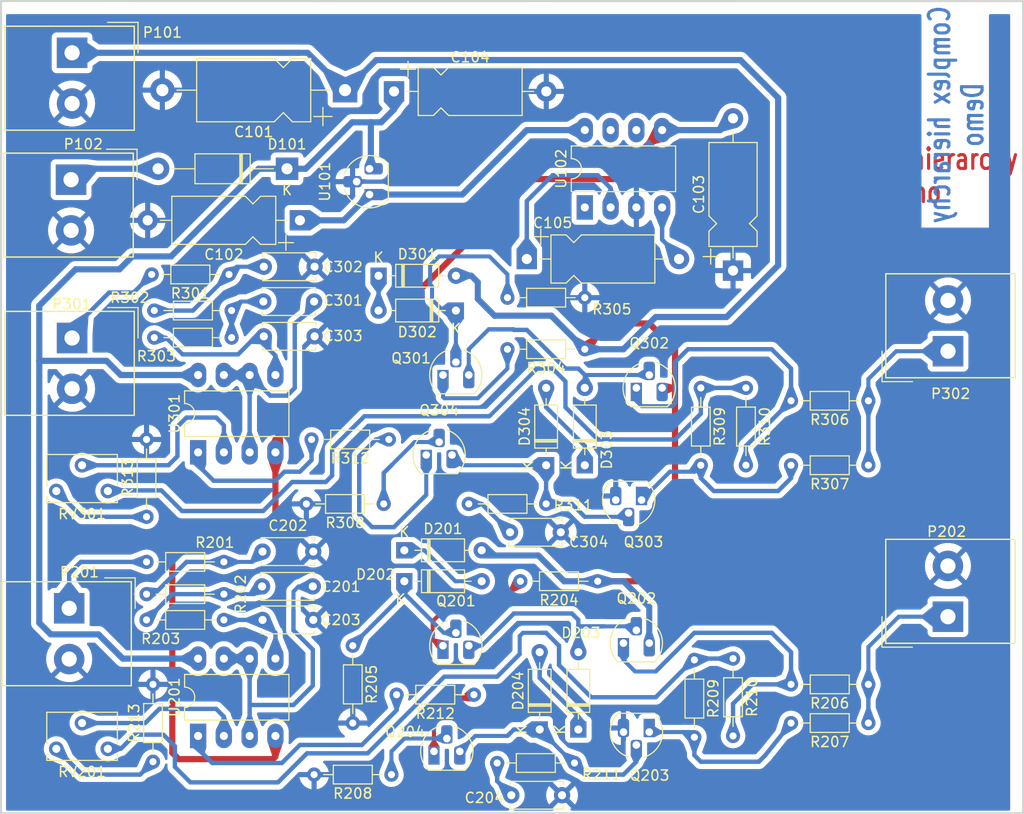
<source format=kicad_pcb>
(kicad_pcb (version 20240706) (generator "pcbnew") (generator_version "8.99")
  (title_block (title "Actionneur_piezo") (company "Kicad devs") (comment 1 "Demo"))
  (layers (0 "F.Cu" power "top_copper") (31 "B.Cu" signal "bottom_copper") (34 "B.Paste" user) (35 "F.Paste" user) (36 "B.SilkS" user "B.Silkscreen") (37 "F.SilkS" user "F.Silkscreen") (38 "B.Mask" user) (39 "F.Mask" user) (44 "Edge.Cuts" user))
  (net 0 "")
  (net 1 "-VAA")
  (net 2 "/12Vext")
  (net 3 "/ampli_ht_horizontal/PIEZO_IN")
  (net 4 "/ampli_ht_horizontal/PIEZO_OUT")
  (net 5 "/ampli_ht_horizontal/S_OUT+")
  (net 6 "/ampli_ht_horizontal/Vpil_0_3,3V")
  (net 7 "/ampli_ht_vertical/PIEZO_IN")
  (net 8 "/ampli_ht_vertical/PIEZO_OUT")
  (net 9 "/ampli_ht_vertical/S_OUT+")
  (net 10 "/ampli_ht_vertical/Vpil_0_3,3V")
  (net 11 "GND")
  (net 12 "HT")
  (net 13 "Net-(U102-CAP+)")
  (net 14 "Net-(U102-CAP-)")
  (net 15 "Net-(C201-Pad2)")
  (net 16 "Net-(C202-Pad1)")
  (net 17 "Net-(U201B-+)")
  (net 18 "Net-(C204-Pad1)")
  (net 19 "Net-(C301-Pad2)")
  (net 20 "Net-(C302-Pad1)")
  (net 21 "Net-(U301B-+)")
  (net 22 "Net-(C304-Pad1)")
  (net 23 "Net-(D201-K)")
  (net 24 "Net-(D202-K)")
  (net 25 "Net-(D203-K)")
  (net 26 "Net-(D203-A)")
  (net 27 "Net-(D204-K)")
  (net 28 "Net-(D301-K)")
  (net 29 "Net-(D302-K)")
  (net 30 "Net-(D303-A)")
  (net 31 "Net-(D303-K)")
  (net 32 "Net-(D304-K)")
  (net 33 "VCC")
  (net 34 "Net-(Q201-E)")
  (net 35 "Net-(Q202-E)")
  (net 36 "Net-(Q203-E)")
  (net 37 "Net-(Q204-E)")
  (net 38 "Net-(Q204-B)")
  (net 39 "Net-(Q301-E)")
  (net 40 "+12V")
  (net 41 "Net-(Q302-E)")
  (net 42 "Net-(Q303-E)")
  (net 43 "Net-(Q304-B)")
  (net 44 "Net-(Q304-E)")
  (net 45 "Net-(R212-Pad2)")
  (net 46 "Net-(R213-Pad1)")
  (net 47 "Net-(R312-Pad2)")
  (net 48 "Net-(R313-Pad1)")
  (net 49 "Net-(U201A--)")
  (net 50 "Net-(U301A--)")
  (footprint "Capacitor_THT:CP_Axial_L10.0mm_D4.5mm_P15.00mm_Horizontal" (layer "F.Cu") (at 126.619 60.706)
    (property "Reference" "C104")
    (property "Value" "47uF/20V")
  )
  (footprint "Capacitor_THT:CP_Axial_L11.0mm_D6.0mm_P18.00mm_Horizontal" (layer "F.Cu") (at 121.793 60.579 180)
    (property "Reference" "C101")
    (property "Value" "47uF/63V")
  )
  (footprint "Capacitor_THT:CP_Axial_L10.0mm_D4.5mm_P15.00mm_Horizontal" (layer "F.Cu") (at 139.7 77.216)
    (property "Reference" "C105")
    (property "Value" "10uF")
  )
  (footprint "Capacitor_THT:CP_Axial_L10.0mm_D4.5mm_P15.00mm_Horizontal" (layer "F.Cu") (at 160.02 78.359 90)
    (property "Reference" "C103")
    (property "Value" "10uF")
  )
  (footprint "Package_TO_SOT_THT:TO-92_HandSolder" (layer "F.Cu") (at 131.445 115.316)
    (property "Reference" "Q201")
    (property "Value" "MPSA92")
  )
  (footprint "Package_TO_SOT_THT:TO-92_HandSolder" (layer "F.Cu") (at 151.765 123.825 180)
    (property "Reference" "Q203")
    (property "Value" "MPSA92")
  )
  (footprint "Package_TO_SOT_THT:TO-92_HandSolder" (layer "F.Cu") (at 131.445 88.646)
    (property "Reference" "Q301")
    (property "Value" "MPSA92")
  )
  (footprint "Package_TO_SOT_THT:TO-92_HandSolder" (layer "F.Cu") (at 150.495 89.916)
    (property "Reference" "Q302")
    (property "Value" "MPSA42")
  )
  (footprint "Package_TO_SOT_THT:TO-92_HandSolder" (layer "F.Cu") (at 151.003 100.965 180)
    (property "Reference" "Q303")
    (property "Value" "MPSA92")
  )
  (footprint "Package_TO_SOT_THT:TO-92_HandSolder" (layer "F.Cu") (at 129.794 96.52)
    (property "Reference" "Q304")
    (property "Value" "MPSA42")
  )
  (footprint "Potentiometer_THT:Potentiometer_Bourns_3266W_Vertical" (layer "F.Cu") (at 93.345 125.476 180)
    (property "Reference" "RV201")
    (property "Value" "4,7K")
  )
  (footprint "Potentiometer_THT:Potentiometer_Bourns_3266W_Vertical" (layer "F.Cu") (at 93.345 100.076 180)
    (property "Reference" "RV301")
    (property "Value" "4,7K")
  )
  (footprint "Package_TO_SOT_THT:TO-92_HandSolder" (layer "F.Cu") (at 124.206 70.866 90)
    (property "Reference" "U101")
    (property "Value" "78L05")
  )
  (footprint "Resistor_THT:R_Axial_DIN0204_L3.6mm_D1.6mm_P7.62mm_Horizontal" (layer "F.Cu") (at 126.111 94.996 180)
    (property "Reference" "R312")
    (property "Value" "1K")
  )
  (footprint "Resistor_THT:R_Axial_DIN0204_L3.6mm_D1.6mm_P7.62mm_Horizontal" (layer "F.Cu") (at 109.855 110.236 180)
    (property "Reference" "R202")
    (property "Value" "22K")
  )
  (footprint "Resistor_THT:R_Axial_DIN0204_L3.6mm_D1.6mm_P7.62mm_Horizontal" (layer "F.Cu") (at 125.603 101.346 180)
    (property "Reference" "R308")
    (property "Value" "1K")
  )
  (footprint "Resistor_THT:R_Axial_DIN0204_L3.6mm_D1.6mm_P7.62mm_Horizontal" (layer "F.Cu") (at 110.617 82.296 180)
    (property "Reference" "R302")
    (property "Value" "22K")
  )
  (footprint "Resistor_THT:R_Axial_DIN0204_L3.6mm_D1.6mm_P7.62mm_Horizontal" (layer "F.Cu") (at 173.355 91.186 180)
    (property "Reference" "R306")
    (property "Value" "47")
  )
  (footprint "Resistor_THT:R_Axial_DIN0204_L3.6mm_D1.6mm_P7.62mm_Horizontal" (layer "F.Cu") (at 137.795 81.026)
    (property "Reference" "R305")
    (property "Value" "220K")
  )
  (footprint "Resistor_THT:R_Axial_DIN0204_L3.6mm_D1.6mm_P7.62mm_Horizontal" (layer "F.Cu") (at 145.415 86.106 180)
    (property "Reference" "R304")
    (property "Value" "470")
  )
  (footprint "Resistor_THT:R_Axial_DIN0204_L3.6mm_D1.6mm_P7.62mm_Horizontal" (layer "F.Cu") (at 156.21 116.713 -90)
    (property "Reference" "R209")
    (property "Value" "220K")
  )
  (footprint "Resistor_THT:R_Axial_DIN0204_L3.6mm_D1.6mm_P7.62mm_Horizontal" (layer "F.Cu") (at 102.87 126.746 90)
    (property "Reference" "R213")
    (property "Value" "4,7K")
  )
  (footprint "Resistor_THT:R_Axial_DIN0204_L3.6mm_D1.6mm_P7.62mm_Horizontal" (layer "F.Cu") (at 144.399 126.873 180)
    (property "Reference" "R211")
    (property "Value" "5,6K")
  )
  (footprint "Resistor_THT:R_Axial_DIN0204_L3.6mm_D1.6mm_P7.62mm_Horizontal" (layer "F.Cu") (at 134.493 120.142 180)
    (property "Reference" "R212")
    (property "Value" "1K")
  )
  (footprint "Resistor_THT:R_Axial_DIN0204_L3.6mm_D1.6mm_P7.62mm_Horizontal" (layer "F.Cu") (at 126.365 128.016 180)
    (property "Reference" "R208")
    (property "Value" "1K")
  )
  (footprint "Resistor_THT:R_Axial_DIN0204_L3.6mm_D1.6mm_P7.62mm_Horizontal" (layer "F.Cu") (at 109.855 112.776 180)
    (property "Reference" "R203")
    (property "Value" "22K")
  )
  (footprint "Resistor_THT:R_Axial_DIN0204_L3.6mm_D1.6mm_P7.62mm_Horizontal" (layer "F.Cu") (at 102.997 84.963)
    (property "Reference" "R303")
    (property "Value" "22K")
  )
  (footprint "Resistor_THT:R_Axial_DIN0204_L3.6mm_D1.6mm_P7.62mm_Horizontal" (layer "F.Cu") (at 102.235 102.616 90)
    (property "Reference" "R313")
    (property "Value" "4,7K")
  )
  (footprint "Resistor_THT:R_Axial_DIN0204_L3.6mm_D1.6mm_P7.62mm_Horizontal" (layer "F.Cu") (at 146.685 108.966 180)
    (property "Reference" "R204")
    (property "Value" "470")
  )
  (footprint "Resistor_THT:R_Axial_DIN0204_L3.6mm_D1.6mm_P7.62mm_Horizontal" (layer "F.Cu") (at 122.555 115.316 -90)
    (property "Reference" "R205")
    (property "Value" "220K")
  )
  (footprint "Resistor_THT:R_Axial_DIN0204_L3.6mm_D1.6mm_P7.62mm_Horizontal" (layer "F.Cu") (at 173.355 119.126 180)
    (property "Reference" "R206")
    (property "Value" "47")
  )
  (footprint "Resistor_THT:R_Axial_DIN0204_L3.6mm_D1.6mm_P7.62mm_Horizontal" (layer "F.Cu") (at 161.29 89.916 -90)
    (property "Reference" "R310")
    (property "Value" "220K")
  )
  (footprint "Resistor_THT:R_Axial_DIN0204_L3.6mm_D1.6mm_P7.62mm_Horizontal" (layer "F.Cu") (at 173.355 97.536 180)
    (property "Reference" "R307")
    (property "Value" "47")
  )
  (footprint "Resistor_THT:R_Axial_DIN0204_L3.6mm_D1.6mm_P7.62mm_Horizontal" (layer "F.Cu") (at 160.02 116.586 -90)
    (property "Reference" "R210")
    (property "Value" "220K")
  )
  (footprint "Resistor_THT:R_Axial_DIN0204_L3.6mm_D1.6mm_P7.62mm_Horizontal" (layer "F.Cu") (at 173.355 122.936 180)
    (property "Reference" "R207")
    (property "Value" "47")
  )
  (footprint "Resistor_THT:R_Axial_DIN0204_L3.6mm_D1.6mm_P7.62mm_Horizontal" (layer "F.Cu") (at 110.363 78.74 180)
    (property "Reference" "R301")
    (property "Value" "1K")
  )
  (footprint "Resistor_THT:R_Axial_DIN0204_L3.6mm_D1.6mm_P7.62mm_Horizontal" (layer "F.Cu") (at 109.855 107.061 180)
    (property "Reference" "R201")
    (property "Value" "1K")
  )
  (footprint "Resistor_THT:R_Axial_DIN0204_L3.6mm_D1.6mm_P7.62mm_Horizontal" (layer "F.Cu") (at 156.845 89.916 -90)
    (property "Reference" "R309")
    (property "Value" "220K")
  )
  (footprint "Resistor_THT:R_Axial_DIN0204_L3.6mm_D1.6mm_P7.62mm_Horizontal" (layer "F.Cu") (at 141.605 101.346 180)
    (property "Reference" "R311")
    (property "Value" "5,6K")
  )
  (footprint "Package_DIP:DIP-8_W7.62mm_LongPads" (layer "F.Cu") (at 107.315 96.266 90)
    (property "Reference" "U301")
    (property "Value" "LM358N")
  )
  (footprint "Package_DIP:DIP-8_W7.62mm_LongPads" (layer "F.Cu") (at 145.415 72.136 90)
    (property "Reference" "U102")
    (property "Value" "ICL7660")
  )
  (footprint "Package_DIP:DIP-8_W7.62mm_LongPads" (layer "F.Cu") (at 107.315 124.206 90)
    (property "Reference" "U201")
    (property "Value" "LM358N")
  )
  (footprint "Capacitor_THT:C_Disc_D5.0mm_W2.5mm_P5.00mm" (layer "F.Cu") (at 138.049 104.14)
    (property "Reference" "C304")
    (property "Value" "820pF")
  )
  (footprint "Capacitor_THT:C_Disc_D5.0mm_W2.5mm_P5.00mm" (layer "F.Cu") (at 113.792 84.836)
    (property "Reference" "C303")
    (property "Value" "4.7nF")
  )
  (footprint "Capacitor_THT:C_Disc_D5.0mm_W2.5mm_P5.00mm" (layer "F.Cu") (at 118.745 81.407 180)
    (property "Reference" "C301")
    (property "Value" "15nF")
  )
  (footprint "Capacitor_THT:C_Disc_D5.0mm_W2.5mm_P5.00mm" (layer "F.Cu") (at 138.176 130.048)
    (property "Reference" "C204")
    (property "Value" "820pF")
  )
  (footprint "Capacitor_THT:C_Disc_D5.0mm_W2.5mm_P5.00mm" (layer "F.Cu") (at 113.665 106.045)
    (property "Reference" "C202")
    (property "Value" "150nF")
  )
  (footprint "Capacitor_THT:C_Disc_D5.0mm_W2.5mm_P5.00mm" (layer "F.Cu") (at 113.792 77.978)
    (property "Reference" "C302")
    (property "Value" "150nF")
  )
  (footprint "Capacitor_THT:C_Disc_D5.0mm_W2.5mm_P5.00mm" (layer "F.Cu") (at 113.665 112.776)
    (property "Reference" "C203")
    (property "Value" "4.7nF")
  )
  (footprint "Capacitor_THT:C_Disc_D5.0mm_W2.5mm_P5.00mm" (layer "F.Cu") (at 118.618 109.474 180)
    (property "Reference" "C201")
    (property "Value" "15nF")
  )
  (footprint "Diode_THT:D_DO-41_SOD81_P12.70mm_Horizontal" (layer "F.Cu") (at 116.078 68.326 180)
    (property "Reference" "D101")
    (property "Value" "1N4007")
  )
  (footprint "Diode_THT:D_DO-35_SOD27_P7.62mm_Horizontal" (layer "F.Cu") (at 125.095 78.867)
    (property "Reference" "D301")
    (property "Value" "1N4148")
  )
  (footprint "Diode_THT:D_DO-35_SOD27_P7.62mm_Horizontal" (layer "F.Cu") (at 144.78 123.571 90)
    (property "Reference" "D203")
    (property "Value" "1N4148")
  )
  (footprint "Diode_THT:D_DO-35_SOD27_P7.62mm_Horizontal" (layer "F.Cu") (at 127.635 105.918)
    (property "Reference" "D201")
    (property "Value" "1N4148")
  )
  (footprint "Diode_THT:D_DO-35_SOD27_P7.62mm_Horizontal" (layer "F.Cu") (at 127.635 108.966)
    (property "Reference" "D202")
    (property "Value" "1N4148")
  )
  (footprint "Diode_THT:D_DO-35_SOD27_P7.62mm_Horizontal" (layer "F.Cu") (at 141.605 97.536 90)
    (property "Reference" "D304")
    (property "Value" "1N4148")
  )
  (footprint "Diode_THT:D_DO-35_SOD27_P7.62mm_Horizontal" (layer "F.Cu") (at 132.715 82.296 180)
    (property "Reference" "D302")
    (property "Value" "1N4148")
  )
  (footprint "Diode_THT:D_DO-35_SOD27_P7.62mm_Horizontal" (layer "F.Cu") (at 140.97 123.571 90)
    (property "Reference" "D204")
    (property "Value" "1N4148")
  )
  (footprint "Diode_THT:D_DO-35_SOD27_P7.62mm_Horizontal" (layer "F.Cu") (at 145.415 97.536 90)
    (property "Reference" "D303")
    (property "Value" "1N4148")
  )
  (footprint "TerminalBlock_Altech:Altech_AK300_1x02_P5.00mm_45-Degree" (layer "F.Cu") (at 94.9 56.9 -90)
    (property "Reference" "P101")
    (property "Value" "CONN_2")
  )
  (footprint "TerminalBlock_Altech:Altech_AK300_1x02_P5.00mm_45-Degree" (layer "F.Cu") (at 94.8 69.4 -90)
    (property "Reference" "P102")
    (property "Value" "CONN_2")
  )
  (footprint "TerminalBlock_Altech:Altech_AK300_1x02_P5.00mm_45-Degree" (layer "F.Cu") (at 94.615 111.633 -90)
    (property "Reference" "P201")
    (property "Value" "CONN_2")
  )
  (footprint "TerminalBlock_Altech:Altech_AK300_1x02_P5.00mm_45-Degree" (layer "F.Cu") (at 181.1925 112.4575 90)
    (property "Reference" "P202")
    (property "Value" "CONN_2")
  )
  (footprint "TerminalBlock_Altech:Altech_AK300_1x02_P5.00mm_45-Degree" (layer "F.Cu") (at 94.9 85 -90)
    (property "Reference" "P301")
    (property "Value" "CONN_2")
  )
  (footprint "TerminalBlock_Altech:Altech_AK300_1x02_P5.00mm_45-Degree" (layer "F.Cu") (at 181.2 86.3 90)
    (property "Reference" "P302")
    (property "Value" "CONN_2")
  )
  (footprint "Package_TO_SOT_THT:TO-92_HandSolder" (layer "F.Cu") (at 149.225 115.062)
    (property "Reference" "Q202")
    (property "Value" "MPSA42")
  )
  (footprint "Package_TO_SOT_THT:TO-92_HandSolder" (layer "F.Cu") (at 130.556 125.73)
    (property "Reference" "Q204")
    (property "Value" "MPSA42")
  )
  (footprint "Capacitor_THT:CP_Axial_L10.0mm_D4.5mm_P15.00mm_Horizontal" (layer "F.Cu") (at 117.348 73.406 180)
    (property "Reference" "C102")
    (property "Value" "47uF")
  )
  (gr_line (start 87.9 131.826) (end 87.9 51.8) (stroke (width 0.2032)) (layer "Edge.Cuts"))
  (gr_line (start 188.595 131.826) (end 87.9 131.826) (stroke (width 0.2032)) (layer "Edge.Cuts"))
  (gr_line (start 87.9 51.8) (end 188.595 51.816) (stroke (width 0.2032)) (layer "Edge.Cuts"))
  (gr_line (start 188.595 51.816) (end 188.595 131.826) (stroke (width 0.2032)) (layer "Edge.Cuts"))
  (gr_text "Complex hierarchy\nDemo" (at 177.4 69 0) (layer "F.Cu") (effects (font (size 2.032 1.524) (thickness 0.3048))))
  (gr_text "Complex hierarchy\nDemo" (at 182 63 90) (layer "B.Cu") (effects (font (size 2.032 1.524) (thickness 0.3048)) (justify mirror)))
  (segment (start 107.061 104.521) (end 104.775 106.807) (width 0.6096) (layer "F.Cu") (net 1))
  (segment (start 105.41 126.492) (end 114.681 126.492) (width 0.6096) (layer "F.Cu") (net 1))
  (segment (start 104.775 106.807) (end 104.775 125.857) (width 0.6096) (layer "F.Cu") (net 1))
  (segment (start 128.905 86.614) (end 128.905 80.518) (width 0.6096) (layer "F.Cu") (net 1))
  (segment (start 140.081 69.342) (end 148.209 69.342) (width 0.6096) (layer "F.Cu") (net 1))
  (segment (start 148.209 69.342) (end 153.035 64.516) (width 0.6096) (layer "F.Cu") (net 1))
  (segment (start 128.905 80.518) (end 140.081 69.342) (width 0.6096) (layer "F.Cu") (net 1))
  (segment (start 114.935 102.108) (end 114.935 102.362) (width 0.6096) (layer "F.Cu") (net 1))
  (segment (start 114.935 96.266) (end 114.935 94.996) (width 0.6096) (layer "F.Cu") (net 1))
  (segment (start 114.935 94.996) (end 121.031 88.9) (width 0.6096) (layer "F.Cu") (net 1))
  (segment (start 114.935 126.238) (end 114.935 124.206) (width 0.6096) (layer "F.Cu") (net 1))
  (segment (start 114.935 102.362) (end 112.776 104.521) (width 0.6096) (layer "F.Cu") (net 1))
  (segment (start 105.41 126.492) (end 104.775 125.857) (width 0.6096) (layer "F.Cu") (net 1))
  (segment (start 121.031 88.9) (end 126.619 88.9) (width 0.6) (layer "F.Cu") (net 1))
  (segment (start 112.776 104.521) (end 107.061 104.521) (width 0.6096) (layer "F.Cu") (net 1))
  (segment (start 114.681 126.492) (end 114.935 126.238) (width 0.6096) (layer "F.Cu") (net 1))
  (segment (start 126.619 88.9) (end 128.905 86.614) (width 0.6096) (layer "F.Cu") (net 1))
  (segment (start 114.935 96.266) (end 114.935 102.108) (width 0.6096) (layer "F.Cu") (net 1))
  (segment (start 153.035 64.516) (end 158.75 64.516) (width 0.6096) (layer "B.Cu") (net 1))
  (segment (start 158.75 64.516) (end 160.02 63.246) (width 0.6096) (layer "B.Cu") (net 1))
  (segment (start 103.378 68.326) (end 95.874 68.326) (width 0.6) (layer "B.Cu") (net 2))
  (segment (start 95.874 68.326) (end 94.8 69.4) (width 0.6) (layer "B.Cu") (net 2))
  (segment (start 98.552 80.518) (end 100.965 80.518) (width 0.4318) (layer "B.Cu") (net 3))
  (segment (start 95.885 83.185) (end 98.552 80.518) (width 0.4318) (layer "B.Cu") (net 3))
  (segment (start 95.885 84.836) (end 95.885 83.185) (width 0.4318) (layer "B.Cu") (net 3))
  (segment (start 100.965 80.518) (end 102.743 78.74) (width 0.4318) (layer "B.Cu") (net 3))
  (segment (start 173.355 89.045) (end 173.355 91.186) (width 0.4) (layer "B.Cu") (net 4))
  (segment (start 173.355 97.536) (end 173.355 91.186) (width 0.4318) (layer "B.Cu") (net 4))
  (segment (start 176.1 86.3) (end 173.355 89.045) (width 0.4) (layer "B.Cu") (net 4))
  (segment (start 181.2 86.3) (end 176.1 86.3) (width 0.4) (layer "B.Cu") (net 4))
  (segment (start 116.586 99.187) (end 119.888 99.187) (width 0.4318) (layer "B.Cu") (net 5))
  (segment (start 156.845 89.916) (end 156.845 92.456) (width 0.4318) (layer "B.Cu") (net 5))
  (segment (start 143.51 91.821) (end 146.685 94.996) (width 0.4318) (layer "B.Cu") (net 5))
  (segment (start 140.589 88.011) (end 142.24 88.011) (width 0.4318) (layer "B.Cu") (net 5))
  (segment (start 98.48596 100.01504) (end 103.69804 100.01504) (width 0.4318) (layer "B.Cu") (net 5))
  (segment (start 113.7285 102.0445) (end 116.586 99.187) (width 0.4318) (layer "B.Cu") (net 5))
  (segment (start 123.698 92.71) (end 120.523 95.885) (width 0.4318) (layer "B.Cu") (net 5))
  (segment (start 105.7275 102.0445) (end 113.7285 102.0445) (width 0.4318) (layer "B.Cu") (net 5))
  (segment (start 142.24 88.011) (end 143.51 89.281) (width 0.4318) (layer "B.Cu") (net 5))
  (segment (start 135.89 92.71) (end 123.698 92.71) (width 0.4318) (layer "B.Cu") (net 5))
  (segment (start 154.305 94.996) (end 146.685 94.996) (width 0.4318) (layer "B.Cu") (net 5))
  (segment (start 143.51 89.281) (end 143.51 91.821) (width 0.4318) (layer "B.Cu") (net 5))
  (segment (start 135.89 92.71) (end 136.017 92.71) (width 0.4) (layer "B.Cu") (net 5))
  (segment (start 120.523 95.885) (end 120.523 98.552) (width 0.4318) (layer "B.Cu") (net 5))
  (segment (start 119.888 99.187) (end 120.523 98.552) (width 0.4318) (layer "B.Cu") (net 5))
  (segment (start 105.7275 102.0445) (end 103.69804 100.01504) (width 0.4318) (layer "B.Cu") (net 5))
  (segment (start 140.589 88.138) (end 140.589 88.011) (width 0.4) (layer "B.Cu") (net 5))
  (segment (start 98.425 100.076) (end 98.48596 100.01504) (width 0.4318) (layer "B.Cu") (net 5))
  (segment (start 156.845 89.916) (end 161.29 89.916) (width 0.4318) (layer "B.Cu") (net 5))
  (segment (start 156.845 92.456) (end 154.305 94.996) (width 0.4318) (layer "B.Cu") (net 5))
  (segment (start 136.017 92.71) (end 140.589 88.138) (width 0.4) (layer "B.Cu") (net 5))
  (segment (start 109.855 88.646) (end 112.395 88.646) (width 0.4318) (layer "B.Cu") (net 6))
  (segment (start 114.427 90.678) (end 112.395 88.646) (width 0.4318) (layer "B.Cu") (net 6))
  (segment (start 118.745 82.042) (end 116.84 83.566) (width 0.4318) (layer "B.Cu") (net 6))
  (segment (start 116.078 90.678) (end 114.427 90.678) (width 0.4318) (layer "B.Cu") (net 6))
  (segment (start 116.84 83.566) (end 116.84 89.916) (width 0.4318) (layer "B.Cu") (net 6))
  (segment (start 112.395 88.646) (end 112.395 96.266) (width 0.4318) (layer "B.Cu") (net 6))
  (segment (start 116.84 89.916) (end 116.078 90.678) (width 0.4318) (layer "B.Cu") (net 6))
  (segment (start 118.745 81.407) (end 118.745 82.042) (width 0.4318) (layer "B.Cu") (net 6))
  (segment (start 94.615 108.204) (end 95.758 107.061) (width 0.4318) (layer "B.Cu") (net 7))
  (segment (start 94.615 111.506) (end 94.615 108.204) (width 0.4318) (layer "B.Cu") (net 7))
  (segment (start 95.758 107.061) (end 102.235 107.061) (width 0.4318) (layer "B.Cu") (net 7))
  (segment (start 173.355 122.936) (end 173.355 119.126) (width 0.4318) (layer "B.Cu") (net 8))
  (segment (start 173.355 115.445) (end 173.355 119.126) (width 0.4) (layer "B.Cu") (net 8))
  (segment (start 181.1925 112.4575) (end 176.3425 112.4575) (width 0.4) (layer "B.Cu") (net 8))
  (segment (start 176.3425 112.4575) (end 173.355 115.445) (width 0.4) (layer "B.Cu") (net 8))
  (segment (start 146.05 120.396) (end 152.4 120.396) (width 0.4318) (layer "B.Cu") (net 9))
  (segment (start 139.319 114.046) (end 139.0015 114.3635) (width 0.4) (layer "B.Cu") (net 9))
  (segment (start 142.875 115.316) (end 142.875 117.221) (width 0.4318) (layer "B.Cu") (net 9))
  (segment (start 152.4 120.396) (end 156.21 116.586) (width 0.4318) (layer "B.Cu") (net 9))
  (segment (start 105.029 127.254) (end 106.553 128.778) (width 0.4318) (layer "B.Cu") (net 9))
  (segment (start 141.097 114.046) (end 141.605 114.046) (width 0.4318) (layer "B.Cu") (net 9))
  (segment (start 98.425 125.476) (end 99.695 125.476) (width 0.4318) (layer "B.Cu") (net 9))
  (segment (start 156.21 116.586) (end 160.02 116.586) (width 0.4318) (layer "B.Cu") (net 9))
  (segment (start 118.0465 125.9205) (end 124.0155 125.9205) (width 0.4318) (layer "B.Cu") (net 9))
  (segment (start 141.605 114.046) (end 142.875 115.316) (width 0.4318) (layer "B.Cu") (net 9))
  (segment (start 142.875 117.221) (end 146.05 120.396) (width 0.4318) (layer "B.Cu") (net 9))
  (segment (start 101.092 124.079) (end 103.886 124.079) (width 0.4318) (layer "B.Cu") (net 9))
  (segment (start 141.097 114.046) (end 139.319 114.046) (width 0.4) (layer "B.Cu") (net 9))
  (segment (start 124.0155 125.9205) (end 131.572 118.364) (width 0.4318) (layer "B.Cu") (net 9))
  (segment (start 139.0015 114.3635) (end 139.0015 116.1415) (width 0.4) (layer "B.Cu") (net 9))
  (segment (start 136.779 118.364) (end 139.0015 116.1415) (width 0.4318) (layer "B.Cu") (net 9))
  (segment (start 99.695 125.476) (end 101.092 124.079) (width 0.4318) (layer "B.Cu") (net 9))
  (segment (start 105.029 125.222) (end 105.029 127.254) (width 0.4318) (layer "B.Cu") (net 9))
  (segment (start 115.189 128.778) (end 118.0465 125.9205) (width 0.4318) (layer "B.Cu") (net 9))
  (segment (start 131.572 118.364) (end 136.779 118.364) (width 0.4318) (layer "B.Cu") (net 9))
  (segment (start 103.886 124.079) (end 105.029 125.222) (width 0.4318) (layer "B.Cu") (net 9))
  (segment (start 106.553 128.778) (end 115.189 128.778) (width 0.4318) (layer "B.Cu") (net 9))
  (segment (start 116.713 111.76) (end 116.713 113.792) (width 0.4318) (layer "B.Cu") (net 10))
  (segment (start 116.713 109.982) (end 117.221 109.474) (width 0.4) (layer "B.Cu") (net 10))
  (segment (start 117.221 109.474) (end 118.618 109.474) (width 0.4) (layer "B.Cu") (net 10))
  (segment (start 112.395 116.586) (end 109.855 116.586) (width 0.4318) (layer "B.Cu") (net 10))
  (segment (start 118.618 119.253) (end 116.713 121.158) (width 0.4318) (layer "B.Cu") (net 10))
  (segment (start 116.713 113.792) (end 118.618 115.697) (width 0.4318) (layer "B.Cu") (net 10))
  (segment (start 112.395 121.158) (end 112.395 116.586) (width 0.4318) (layer "B.Cu") (net 10))
  (segment (start 116.713 121.158) (end 112.395 121.158) (width 0.4318) (layer "B.Cu") (net 10))
  (segment (start 116.713 111.76) (end 116.713 109.982) (width 0.4) (layer "B.Cu") (net 10))
  (segment (start 112.395 124.206) (end 112.395 121.158) (width 0.4318) (layer "B.Cu") (net 10))
  (segment (start 118.618 115.697) (end 118.618 119.253) (width 0.4318) (layer "B.Cu") (net 10))
  (segment (start 154.305 106.426) (end 151.765 108.966) (width 0.6096) (layer "F.Cu") (net 12))
  (segment (start 145.415 86.106) (end 147.955 83.566) (width 0.6096) (layer "F.Cu") (net 12))
  (segment (start 154.178 89.916) (end 154.305 90.043) (width 0.6) (layer "F.Cu") (net 12))
  (segment (start 154.305 86.106) (end 154.305 90.043) (width 0.6096) (layer "F.Cu") (net 12))
  (segment (start 151.765 83.566) (end 154.305 86.106) (width 0.6096) (layer "F.Cu") (net 12))
  (segment (start 147.955 83.566) (end 151.765 83.566) (width 0.6096) (layer "F.Cu") (net 12))
  (segment (start 151.765 108.966) (end 146.685 108.966) (width 0.6096) (layer "F.Cu") (net 12))
  (segment (start 153.035 89.916) (end 154.178 89.916) (width 0.6) (layer "F.Cu") (net 12))
  (segment (start 154.305 90.043) (end 154.305 106.426) (width 0.6096) (layer "F.Cu") (net 12))
  (segment (start 135.763 106.426) (end 135.255 105.918) (width 0.6) (layer "B.Cu") (net 12))
  (segment (start 136.525 82.80146) (end 142.11046 82.80146) (width 0.6096) (layer "B.Cu") (net 12))
  (segment (start 136.52246 82.80146) (end 134.874 81.153) (width 0.6) (layer "B.Cu") (net 12))
  (segment (start 134.874 81.153) (end 134.874 79.502) (width 0.6) (layer "B.Cu") (net 12))
  (segment (start 134.874 79.502) (end 134.239 78.867) (width 0.6) (layer "B.Cu") (net 12))
  (segment (start 134.239 78.867) (end 132.715 78.867) (width 0.6) (layer "B.Cu") (net 12))
  (segment (start 121.89206 60.579) (end 124.8537 57.61736) (width 0.6) (layer "B.Cu") (net 12))
  (segment (start 142.11046 82.80146) (end 145.415 86.106) (width 0.6096) (layer "B.Cu") (net 12))
  (segment (start 143.383 108.966) (end 146.685 108.966) (width 0.6096) (layer "B.Cu") (net 12))
  (segment (start 117.15858 56.9) (end 118.114 56.9) (width 0.6) (layer "B.Cu") (net 12))
  (segment (start 151.765 111.506) (end 149.225 108.966) (width 0.6) (layer "B.Cu") (net 12))
  (segment (start 140.843 106.426) (end 143.383 108.966) (width 0.6096) (layer "B.Cu") (net 12))
  (segment (start 124.8537 57.61736) (end 160.74136 57.61736) (width 0.6096) (layer "B.Cu") (net 12))
  (segment (start 160.74136 57.61736) (end 164.465 61.341) (width 0.6096) (layer "B.Cu") (net 12))
  (segment (start 149.225 108.966) (end 146.685 108.966) (width 0.6) (layer "B.Cu") (net 12))
  (segment (start 152.4 82.931) (end 149.225 86.106) (width 0.6096) (layer "B.Cu") (net 12))
  (segment (start 159.385 82.931) (end 152.4 82.931) (width 0.6096) (layer "B.Cu") (net 12))
  (segment (start 164.465 77.851) (end 159.385 82.931) (width 0.6096) (layer "B.Cu") (net 12))
  (segment (start 140.716 106.426) (end 135.763 106.426) (width 0.6) (layer "B.Cu") (net 12))
  (segment (start 140.716 106.426) (end 140.843 106.426) (width 0.6096) (layer "B.Cu") (net 12))
  (segment (start 164.465 61.341) (end 164.465 77.851) (width 0.6096) (layer "B.Cu") (net 12))
  (segment (start 149.225 86.106) (end 145.415 86.106) (width 0.6096) (layer "B.Cu") (net 12))
  (segment (start 117.15858 56.9) (end 94.9 56.9) (width 0.6096) (layer "B.Cu") (net 12))
  (segment (start 121.793 60.579) (end 121.89206 60.579) (width 0.6) (layer "B.Cu") (net 12))
  (segment (start 151.765 115.062) (end 151.765 111.506) (width 0.6) (layer "B.Cu") (net 12))
  (segment (start 136.525 82.80146) (end 136.52246 82.80146) (width 0.6) (layer "B.Cu") (net 12))
  (segment (start 118.114 56.9) (end 121.793 60.579) (width 0.6) (layer "B.Cu") (net 12))
  (segment (start 147.955 70.231) (end 147.955 72.136) (width 0.4318) (layer "B.Cu") (net 13))
  (segment (start 139.7 71.501) (end 142.24 68.961) (width 0.4318) (layer "B.Cu") (net 13))
  (segment (start 139.7 77.216) (end 139.7 71.501) (width 0.4318) (layer "B.Cu") (net 13))
  (segment (start 142.24 68.961) (end 146.685 68.961) (width 0.4318) (layer "B.Cu") (net 13))
  (segment (start 146.685 68.961) (end 147.955 70.231) (width 0.4318) (layer "B.Cu") (net 13))
  (segment (start 153.035 72.136) (end 153.035 75.311) (width 0.4318) (layer "B.Cu") (net 14))
  (segment (start 153.035 75.311) (end 154.94 77.216) (width 0.4318) (layer "B.Cu") (net 14))
  (segment (start 112.856 110.236) (end 113.618 109.474) (width 0.4) (layer "B.Cu") (net 15))
  (segment (start 102.235 112.776) (end 104.775 110.236) (width 0.4318) (layer "B.Cu") (net 15))
  (segment (start 104.775 110.236) (end 109.855 110.236) (width 0.4318) (layer "B.Cu") (net 15))
  (segment (start 109.855 110.236) (end 112.856 110.236) (width 0.4) (layer "B.Cu") (net 15))
  (segment (start 112.649 107.061) (end 113.665 106.045) (width 0.4) (layer "B.Cu") (net 16))
  (segment (start 106.172 107.061) (end 109.855 107.061) (width 0.4318) (layer "B.Cu") (net 16))
  (segment (start 109.855 107.061) (end 112.649 107.061) (width 0.4) (layer "B.Cu") (net 16))
  (segment (start 102.235 110.236) (end 102.997 110.236) (width 0.4318) (layer "B.Cu") (net 16))
  (segment (start 102.997 110.236) (end 106.172 107.061) (width 0.4318) (layer "B.Cu") (net 16))
  (segment (start 109.855 112.776) (end 113.665 112.776) (width 0.4318) (layer "B.Cu") (net 17))
  (segment (start 113.665 112.776) (end 114.935 114.046) (width 0.4318) (layer "B.Cu") (net 17))
  (segment (start 114.935 114.046) (end 114.935 116.586) (width 0.4318) (layer "B.Cu") (net 17))
  (segment (start 136.779 128.651) (end 138.176 130.048) (width 0.4318) (layer "B.Cu") (net 18))
  (segment (start 136.779 126.873) (end 136.779 128.651) (width 0.4318) (layer "B.Cu") (net 18))
  (segment (start 111.506 81.407) (end 110.617 82.296) (width 0.4) (layer "B.Cu") (net 19))
  (segment (start 113.745 81.407) (end 111.506 81.407) (width 0.4) (layer "B.Cu") (net 19))
  (segment (start 110.617 84.963) (end 110.617 82.296) (width 0.4318) (layer "B.Cu") (net 19))
  (segment (start 111.125 77.978) (end 110.363 78.74) (width 0.4) (layer "B.Cu") (net 20))
  (segment (start 106.807 82.296) (end 110.363 78.74) (width 0.4318) (layer "B.Cu") (net 20))
  (segment (start 113.792 77.978) (end 111.125 77.978) (width 0.4) (layer "B.Cu") (net 20))
  (segment (start 102.997 82.296) (end 106.807 82.296) (width 0.4318) (layer "B.Cu") (net 20))
  (segment (start 104.14 84.963) (end 105.791 86.614) (width 0.4) (layer "B.Cu") (net 21))
  (segment (start 114.935 86.741) (end 114.935 88.646) (width 0.4318) (layer "B.Cu") (net 21))
  (segment (start 102.997 84.963) (end 104.14 84.963) (width 0.4) (layer "B.Cu") (net 21))
  (segment (start 111.252 86.614) (end 105.791 86.614) (width 0.4318) (layer "B.Cu") (net 21))
  (segment (start 113.665 84.836) (end 113.03 84.836) (width 0.4318) (layer "B.Cu") (net 21))
  (segment (start 113.665 84.836) (end 113.665 85.471) (width 0.4318) (layer "B.Cu") (net 21))
  (segment (start 113.665 85.471) (end 114.935 86.741) (width 0.4318) (layer "B.Cu") (net 21))
  (segment (start 113.03 84.836) (end 111.252 86.614) (width 0.4318) (layer "B.Cu") (net 21))
  (segment (start 135.255 101.346) (end 138.049 104.14) (width 0.4318) (layer "B.Cu") (net 22))
  (segment (start 133.985 101.346) (end 135.255 101.346) (width 0.4318) (layer "B.Cu") (net 22))
  (segment (start 127.635 105.918) (end 129.618 105.918) (width 0.4) (layer "B.Cu") (net 23))
  (segment (start 129.618 105.918) (end 132.666 108.966) (width 0.4) (layer "B.Cu") (net 23))
  (segment (start 132.666 108.966) (end 135.255 108.966) (width 0.4) (layer "B.Cu") (net 23))
  (segment (start 122.555 115.316) (end 122.555 115.24742) (width 0.4318) (layer "B.Cu") (net 24))
  (segment (start 132.715 114.046) (end 131.51358 114.046) (width 0.4) (layer "B.Cu") (net 24))
  (segment (start 122.555 115.24742) (end 127.635 110.16742) (width 0.4318) (layer "B.Cu") (net 24))
  (segment (start 127.635 108.966) (end 127.635 110.16742) (width 0.4318) (layer "B.Cu") (net 24))
  (segment (start 131.51358 114.046) (end 130.175 112.70742) (width 0.4) (layer "B.Cu") (net 24))
  (segment (start 127.635 110.16742) (end 130.175 112.70742) (width 0.4318) (layer "B.Cu") (net 24))
  (segment (start 140.97 118.491) (end 144.78 122.301) (width 0.4318) (layer "B.Cu") (net 25))
  (segment (start 144.78 122.301) (end 144.78 123.571) (width 0.4318) (layer "B.Cu") (net 25))
  (segment (start 140.97 115.951) (end 140.97 118.491) (width 0.4318) (layer "B.Cu") (net 25))
  (segment (start 144.78 112.776) (end 144.145 112.141) (width 0.4318) (layer "B.Cu") (net 26))
  (segment (start 144.145 112.141) (end 138.43 112.141) (width 0.4318) (layer "B.Cu") (net 26))
  (segment (start 147.32 113.411) (end 150.114 113.411) (width 0.4) (layer "B.Cu") (net 26))
  (segment (start 133.985 115.316) (end 135.255 115.316) (width 0.4) (layer "B.Cu") (net 26))
  (segment (start 150.114 113.411) (end 150.495 113.792) (width 0.4) (layer "B.Cu") (net 26))
  (segment (start 135.255 115.316) (end 136.525 114.046) (width 0.4) (layer "B.Cu") (net 26))
  (segment (start 138.43 112.141) (end 136.525 114.046) (width 0.4318) (layer "B.Cu") (net 26))
  (segment (start 144.78 113.411) (end 144.78 112.776) (width 0.4318) (layer "B.Cu") (net 26))
  (segment (start 147.32 113.411) (end 144.78 113.411) (width 0.4318) (layer "B.Cu") (net 26))
  (segment (start 144.78 115.951) (end 144.78 113.411) (width 0.4318) (layer "B.Cu") (net 26))
  (segment (start 144.399 127) (end 145.415 128.016) (width 0.4) (layer "B.Cu") (net 27))
  (segment (start 144.272 126.873) (end 140.97 123.571) (width 0.4) (layer "B.Cu") (net 27))
  (segment (start 149.225 128.016) (end 150.495 126.746) (width 0.4318) (layer "B.Cu") (net 27))
  (segment (start 144.399 126.873) (end 144.272 126.873) (width 0.4) (layer "B.Cu") (net 27))
  (segment (start 144.399 126.873) (end 144.399 127) (width 0.4) (layer "B.Cu") (net 27))
  (segment (start 134.62 124.206) (end 133.096 125.73) (width 0.4) (layer "B.Cu") (net 27))
  (segment (start 138.43 123.571) (end 140.97 123.571) (width 0.4318) (layer "B.Cu") (net 27))
  (segment (start 137.795 124.206) (end 138.43 123.571) (width 0.4318) (layer "B.Cu") (net 27))
  (segment (start 137.795 124.206) (end 134.62 124.206) (width 0.4) (layer "B.Cu") (net 27))
  (segment (start 145.415 128.016) (end 149.225 128.016) (width 0.4318) (layer "B.Cu") (net 27))
  (segment (start 150.495 126.746) (end 150.495 125.476) (width 0.4318) (layer "B.Cu") (net 27))
  (segment (start 125.095 78.867) (end 125.095 82.296) (width 0.4318) (layer "B.Cu") (net 28))
  (segment (start 130.175 77.851) (end 131.064 76.962) (width 0.4) (layer "B.Cu") (net 29))
  (segment (start 131.064 76.962) (end 136.017 76.962) (width 0.4) (layer "B.Cu") (net 29))
  (segment (start 136.017 76.962) (end 137.795 78.74) (width 0.4) (layer "B.Cu") (net 29))
  (segment (start 137.795 78.74) (end 137.795 79.756) (width 0.4) (layer "B.Cu") (net 29))
  (segment (start 130.3655 81.2165) (end 131.445 82.296) (width 0.4) (layer "B.Cu") (net 29))
  (segment (start 131.445 82.296) (end 132.715 82.296) (width 0.4) (layer "B.Cu") (net 29))
  (segment (start 137.795 81.026) (end 137.795 79.756) (width 0.4318) (layer "B.Cu") (net 29))
  (segment (start 130.175 79.756) (end 130.3655 79.9465) (width 0.4318) (layer "B.Cu") (net 29))
  (segment (start 132.715 82.296) (end 132.715 87.376) (width 0.4) (layer "B.Cu") (net 29))
  (segment (start 130.3655 79.9465) (end 130.3655 81.2165) (width 0.4) (layer "B.Cu") (net 29))
  (segment (start 130.175 79.121) (end 130.175 79.756) (width 0.4318) (layer "B.Cu") (net 29))
  (segment (start 130.175 79.121) (end 130.175 77.851) (width 0.4) (layer "B.Cu") (net 29))
  (segment (start 133.985 88.646) (end 133.985 86.106) (width 0.4) (layer "B.Cu") (net 30))
  (segment (start 144.78 88.011) (end 143.51 88.011) (width 0.4318) (layer "B.Cu") (net 30))
  (segment (start 143.51 88.011) (end 139.7 84.201) (width 0.4318) (layer "B.Cu") (net 30))
  (segment (start 133.985 86.106) (end 135.94334 84.14766) (width 0.4) (layer "B.Cu") (net 30))
  (segment (start 138.43 84.201) (end 138.37666 84.14766) (width 0.4318) (layer "B.Cu") (net 30))
  (segment (start 145.415 88.646) (end 151.765 88.646) (width 0.4) (layer "B.Cu") (net 30))
  (segment (start 145.415 88.646) (end 144.78 88.011) (width 0.4318) (layer "B.Cu") (net 30))
  (segment (start 138.37666 84.14766) (end 135.94334 84.14766) (width 0.4318) (layer "B.Cu") (net 30))
  (segment (start 145.415 89.916) (end 145.415 88.646) (width 0.4318) (layer "B.Cu") (net 30))
  (segment (start 139.7 84.201) (end 138.43 84.201) (width 0.4318) (layer "B.Cu") (net 30))
  (segment (start 141.605 91.821) (end 145.415 95.631) (width 0.4318) (layer "B.Cu") (net 31))
  (segment (start 141.605 89.916) (end 141.605 91.821) (width 0.4318) (layer "B.Cu") (net 31))
  (segment (start 145.415 95.631) (end 145.415 97.536) (width 0.4318) (layer "B.Cu") (net 31))
  (segment (start 133.35 97.536) (end 132.334 96.52) (width 0.4) (layer "B.Cu") (net 32))
  (segment (start 149.352 102.616) (end 149.733 102.235) (width 0.4) (layer "B.Cu") (net 32))
  (segment (start 145.415 102.616) (end 144.145 101.346) (width 0.4318) (layer "B.Cu") (net 32))
  (segment (start 141.605 97.536) (end 133.35 97.536) (width 0.4) (layer "B.Cu") (net 32))
  (segment (start 144.145 101.346) (end 141.605 101.346) (width 0.4318) (layer "B.Cu") (net 32))
  (segment (start 145.415 102.616) (end 149.352 102.616) (width 0.4) (layer "B.Cu") (net 32))
  (segment (start 141.605 97.536) (end 141.605 101.346) (width 0.4318) (layer "B.Cu") (net 32))
  (segment (start 133.35 70.866) (end 139.7 64.516) (width 0.6096) (layer "B.Cu") (net 33))
  (segment (start 124.206 70.866) (end 133.35 70.866) (width 0.6) (layer "B.Cu") (net 33))
  (segment (start 121.666 73.406) (end 124.206 70.866) (width 0.6) (layer "B.Cu") (net 33))
  (segment (start 139.7 64.516) (end 145.415 64.516) (width 0.6096) (layer "B.Cu") (net 33))
  (segment (start 117.348 73.406) (end 121.666 73.406) (width 0.6) (layer "B.Cu") (net 33))
  (segment (start 131.826 111.506) (end 136.525 111.506) (width 0.4) (layer "F.Cu") (net 34))
  (segment (start 131.445 115.316) (end 131.064 115.316) (width 0.4) (layer "F.Cu") (net 34))
  (segment (start 131.064 115.316) (end 130.429 114.681) (width 0.4) (layer "F.Cu") (net 34))
  (segment (start 136.525 111.506) (end 139.065 108.966) (width 0.4) (layer "F.Cu") (net 34))
  (segment (start 130.429 112.903) (end 131.826 111.506) (width 0.4) (layer "F.Cu") (net 34))
  (segment (start 130.429 114.681) (end 130.429 112.903) (width 0.4) (layer "F.Cu") (net 34))
  (segment (start 160.02 121.031) (end 161.925 119.126) (width 0.4318) (layer "B.Cu") (net 35))
  (segment (start 165.735 119.126) (end 165.735 115.951) (width 0.4318) (layer "B.Cu") (net 35))
  (segment (start 161.925 119.126) (end 165.735 119.126) (width 0.4318) (layer "B.Cu") (net 35))
  (segment (start 149.225 116.713) (end 150.368 117.856) (width 0.4) (layer "B.Cu") (net 35))
  (segment (start 156.21 114.046) (end 163.83 114.046) (width 0.4318) (layer "B.Cu") (net 35))
  (segment (start 160.02 124.206) (end 160.02 121.031) (width 0.4318) (layer "B.Cu") (net 35))
  (segment (start 152.4 117.856) (end 150.368 117.856) (width 0.4) (layer "B.Cu") (net 35))
  (segment (start 165.735 115.951) (end 163.83 114.046) (width 0.4318) (layer "B.Cu") (net 35))
  (segment (start 156.21 114.046) (end 152.4 117.856) (width 0.4318) (layer "B.Cu") (net 35))
  (segment (start 149.225 115.062) (end 149.225 116.713) (width 0.4) (layer "B.Cu") (net 35))
  (segment (start 155.702 123.825) (end 156.21 124.333) (width 0.4) (layer "B.Cu") (net 36))
  (segment (start 156.21 124.206) (end 156.21 126.111) (width 0.4318) (layer "B.Cu") (net 36))
  (segment (start 151.765 123.825) (end 155.702 123.825) (width 0.4) (layer "B.Cu") (net 36))
  (segment (start 156.21 126.111) (end 156.845 126.746) (width 0.4318) (layer "B.Cu") (net 36))
  (segment (start 162.56 126.746) (end 163.195 126.111) (width 0.4318) (layer "B.Cu") (net 36))
  (segment (start 156.845 126.746) (end 162.56 126.746) (width 0.4318) (layer "B.Cu") (net 36))
  (segment (start 163.195 126.111) (end 165.735 122.936) (width 0.4318) (layer "B.Cu") (net 36))
  (segment (start 132.334 120.523) (end 130.556 122.301) (width 0.4) (layer "F.Cu") (net 37))
  (segment (start 130.556 122.301) (end 130.556 125.73) (width 0.4) (layer "F.Cu") (net 37))
  (segment (start 134.493 120.523) (end 132.334 120.523) (width 0.4) (layer "F.Cu") (net 37))
  (segment (start 134.493 120.142) (end 134.493 120.523) (width 0.4) (layer "F.Cu") (net 37))
  (segment (start 126.365 128.016) (end 126.365 125.73) (width 0.4) (layer "B.Cu") (net 38))
  (segment (start 127.635 124.46) (end 131.826 124.46) (width 0.4) (layer "B.Cu") (net 38))
  (segment (start 126.365 125.73) (end 127.635 124.46) (width 0.4) (layer "B.Cu") (net 38))
  (segment (start 131.445 90.805) (end 131.445 88.646) (width 0.4) (layer "B.Cu") (net 39))
  (segment (start 137.795 88.011) (end 134.874 90.932) (width 0.4) (layer "B.Cu") (net 39))
  (segment (start 131.572 90.932) (end 131.445 90.805) (width 0.4) (layer "B.Cu") (net 39))
  (segment (start 134.874 90.932) (end 131.572 90.932) (width 0.4) (layer "B.Cu") (net 39))
  (segment (start 137.795 87.122) (end 137.795 88.011) (width 0.4) (layer "B.Cu") (net 39))
  (segment (start 137.795 87.122) (end 137.795 86.106) (width 0.4318) (layer "B.Cu") (net 39))
  (segment (start 117.91442 68.326) (end 122.4915 63.74892) (width 0.6096) (layer "B.Cu") (net 40))
  (segment (start 98.298 87.249) (end 99.695 88.646) (width 0.6096) (layer "B.Cu") (net 40))
  (segment (start 122.4915 63.74892) (end 124.33808 63.74892) (width 0.6096) (layer "B.Cu") (net 40))
  (segment (start 92.8 114.2) (end 97.5 114.2) (width 0.6096) (layer "B.Cu") (net 40))
  (segment (start 99.886 116.586) (end 107.315 116.586) (width 0.6096) (layer "B.Cu") (net 40))
  (segment (start 126.619 62.484) (end 126.619 60.706) (width 0.6096) (layer "B.Cu") (net 40))
  (segment (start 91.6686 87.249) (end 91.6686 113.0686) (width 0.6096) (layer "B.Cu") (net 40))
  (segment (start 91.6686 87.249) (end 98.298 87.249) (width 0.6096) (layer "B.Cu") (net 40))
  (segment (start 95.25 78.232) (end 99.568 78.232) (width 0.6096) (layer "B.Cu") (net 40))
  (segment (start 99.695 88.646) (end 107.315 88.646) (width 0.6096) (layer "B.Cu") (net 40))
  (segment (start 99.568 78.232) (end 100.838 76.962) (width 0.6096) (layer "B.Cu") (net 40))
  (segment (start 104.648 76.962) (end 113.284 68.326) (width 0.6096) (layer "B.Cu") (net 40))
  (segment (start 113.284 68.326) (end 117.91442 68.326) (width 0.6096) (layer "B.Cu") (net 40))
  (segment (start 91.6686 113.0686) (end 92.8 114.2) (width 0.6096) (layer "B.Cu") (net 40))
  (segment (start 124.33808 68.19392) (end 124.206 68.326) (width 0.6096) (layer "B.Cu") (net 40))
  (segment (start 91.6686 87.249) (end 91.6686 81.8134) (width 0.6096) (layer "B.Cu") (net 40))
  (segment (start 125.35408 63.74892) (end 126.619 62.484) (width 0.6096) (layer "B.Cu") (net 40))
  (segment (start 124.33808 63.74892) (end 125.35408 63.74892) (width 0.6096) (layer "B.Cu") (net 40))
  (segment (start 97.5 114.2) (end 99.886 116.586) (width 0.6096) (layer "B.Cu") (net 40))
  (segment (start 91.6686 81.8134) (end 95.25 78.232) (width 0.6096) (layer "B.Cu") (net 40))
  (segment (start 100.838 76.962) (end 104.648 76.962) (width 0.6096) (layer "B.Cu") (net 40))
  (segment (start 124.33808 63.74892) (end 124.33808 68.19392) (width 0.6096) (layer "B.Cu") (net 40))
  (segment (start 155.575 86.106) (end 163.83 86.106) (width 0.4318) (layer "B.Cu") (net 41))
  (segment (start 161.29 95.631) (end 165.735 91.186) (width 0.4318) (layer "B.Cu") (net 41))
  (segment (start 161.29 97.536) (end 161.29 95.631) (width 0.4318) (layer "B.Cu") (net 41))
  (segment (start 154.305 87.376) (end 155.575 86.106) (width 0.4318) (layer "B.Cu") (net 41))
  (segment (start 154.305 91.44) (end 154.305 89.916) (width 0.4) (layer "B.Cu") (net 41))
  (segment (start 165.735 91.186) (end 165.735 88.011) (width 0.4318) (layer "B.Cu") (net 41))
  (segment (start 165.735 88.011) (end 163.83 86.106) (width 0.4318) (layer "B.Cu") (net 41))
  (segment (start 150.495 91.186) (end 151.02501 91.71601) (width 0.4) (layer "B.Cu") (net 41))
  (segment (start 151.02501 91.71601) (end 154.02899 91.71601) (width 0.4) (layer "B.Cu") (net 41))
  (segment (start 154.02899 91.71601) (end 154.305 91.44) (width 0.4) (layer "B.Cu") (net 41))
  (segment (start 150.495 89.916) (end 150.495 91.186) (width 0.4) (layer "B.Cu") (net 41))
  (segment (start 154.305 89.916) (end 154.305 87.376) (width 0.4318) (layer "B.Cu") (net 41))
  (segment (start 165.735 97.536) (end 165.735 98.806) (width 0.4318) (layer "B.Cu") (net 42))
  (segment (start 158.115 100.076) (end 164.465 100.076) (width 0.4318) (layer "B.Cu") (net 42))
  (segment (start 156.845 97.536) (end 156.845 98.806) (width 0.4318) (layer "B.Cu") (net 42))
  (segment (start 165.735 98.806) (end 164.465 100.076) (width 0.4318) (layer "B.Cu") (net 42))
  (segment (start 153.797 98.171) (end 151.003 100.965) (width 0.4) (layer "B.Cu") (net 42))
  (segment (start 156.845 98.806) (end 158.115 100.076) (width 0.4318) (layer "B.Cu") (net 42))
  (segment (start 156.21 98.171) (end 156.845 97.536) (width 0.4318) (layer "B.Cu") (net 42))
  (segment (start 156.21 98.171) (end 153.797 98.171) (width 0.4) (layer "B.Cu") (net 42))
  (segment (start 126.365 97.536) (end 125.603 98.298) (width 0.4318) (layer "B.Cu") (net 43))
  (segment (start 125.603 98.298) (end 125.603 101.346) (width 0.4318) (layer "B.Cu") (net 43))
  (segment (start 126.365 97.536) (end 128.651 95.25) (width 0.4) (layer "B.Cu") (net 43))
  (segment (start 128.651 95.25) (end 131.064 95.25) (width 0.4) (layer "B.Cu") (net 43))
  (segment (start 123.19 102.362) (end 124.46 103.632) (width 0.4318) (layer "B.Cu") (net 44))
  (segment (start 126.111 94.996) (end 124.841 94.996) (width 0.4318) (layer "B.Cu") (net 44))
  (segment (start 124.46 103.632) (end 126.619 103.632) (width 0.4318) (layer "B.Cu") (net 44))
  (segment (start 124.841 94.996) (end 123.19 96.647) (width 0.4318) (layer "B.Cu") (net 44))
  (segment (start 123.19 96.647) (end 123.19 102.362) (width 0.4318) (layer "B.Cu") (net 44))
  (segment (start 129.794 96.52) (end 129.794 100.457) (width 0.4) (layer "B.Cu") (net 44))
  (segment (start 126.619 103.632) (end 129.794 100.457) (width 0.4318) (layer "B.Cu") (net 44))
  (segment (start 115.57 126.873) (end 117.348 125.095) (width 0.4318) (layer "B.Cu") (net 45))
  (segment (start 115.57 126.873) (end 108.712 126.873) (width 0.4318) (layer "B.Cu") (net 45))
  (segment (start 126.873 121.666) (end 126.873 120.142) (width 0.4318) (layer "B.Cu") (net 45))
  (segment (start 117.348 125.095) (end 123.444 125.095) (width 0.4318) (layer "B.Cu") (net 45))
  (segment (start 107.315 125.476) (end 107.315 124.206) (width 0.4318) (layer "B.Cu") (net 45))
  (segment (start 108.712 126.873) (end 107.315 125.476) (width 0.4318) (layer "B.Cu") (net 45))
  (segment (start 123.444 125.095) (end 126.873 121.666) (width 0.4318) (layer "B.Cu") (net 45))
  (segment (start 95.885 128.016) (end 101.6 128.016) (width 0.4318) (layer "B.Cu") (net 46))
  (segment (start 93.345 125.476) (end 95.885 128.016) (width 0.4318) (layer "B.Cu") (net 46))
  (segment (start 102.87 126.746) (end 101.6 128.016) (width 0.4318) (layer "B.Cu") (net 46))
  (segment (start 118.491 97.028) (end 118.491 94.996) (width 0.4318) (layer "B.Cu") (net 47))
  (segment (start 108.839 99.06) (end 114.935 99.06) (width 0.4318) (layer "B.Cu") (net 47))
  (segment (start 117.348 98.171) (end 118.491 97.028) (width 0.4318) (layer "B.Cu") (net 47))
  (segment (start 114.935 99.06) (end 115.824 98.171) (width 0.4318) (layer "B.Cu") (net 47))
  (segment (start 107.315 96.266) (end 107.315 97.536) (width 0.4318) (layer "B.Cu") (net 47))
  (segment (start 115.824 98.171) (end 117.348 98.171) (width 0.4318) (layer "B.Cu") (net 47))
  (segment (start 107.315 97.536) (end 108.839 99.06) (width 0.4318) (layer "B.Cu") (net 47))
  (segment (start 95.885 102.616) (end 102.235 102.616) (width 0.4318) (layer "B.Cu") (net 48))
  (segment (start 93.345 100.076) (end 95.885 102.616) (width 0.4318) (layer "B.Cu") (net 48))
  (segment (start 102.108 122.936) (end 103.505 121.539) (width 0.4318) (layer "B.Cu") (net 49))
  (segment (start 95.885 122.936) (end 102.108 122.936) (width 0.4318) (layer "B.Cu") (net 49))
  (segment (start 103.505 121.539) (end 109.093 121.539) (width 0.4318) (layer "B.Cu") (net 49))
  (segment (start 109.093 121.539) (end 109.855 122.301) (width 0.4318) (layer "B.Cu") (net 49))
  (segment (start 109.855 122.301) (end 109.855 124.206) (width 0.4318) (layer "B.Cu") (net 49))
  (segment (start 109.093 92.837) (end 109.855 93.599) (width 0.4318) (layer "B.Cu") (net 50))
  (segment (start 109.855 93.599) (end 109.855 96.266) (width 0.4318) (layer "B.Cu") (net 50))
  (segment (start 105.283 96.647) (end 105.283 93.726) (width 0.4318) (layer "B.Cu") (net 50))
  (segment (start 106.172 92.837) (end 109.093 92.837) (width 0.4318) (layer "B.Cu") (net 50))
  (segment (start 95.885 97.536) (end 104.394 97.536) (width 0.4318) (layer "B.Cu") (net 50))
  (segment (start 105.283 93.726) (end 106.172 92.837) (width 0.4318) (layer "B.Cu") (net 50))
  (segment (start 104.394 97.536) (end 105.283 96.647) (width 0.4318) (layer "B.Cu") (net 50))
  (zone (net 11) (net_name "GND") (layer "B.Cu") (connect_pads (clearance 0.508)) (min_thickness 0.254) (fill yes (thermal_gap 0.762) (thermal_bridge_width 0.508))
    (polygon (pts (xy 187.325 131.572) (xy 187.325 53.086) (xy 88.392 53.086) (xy 88.392 131.572)))
  )
)
</source>
